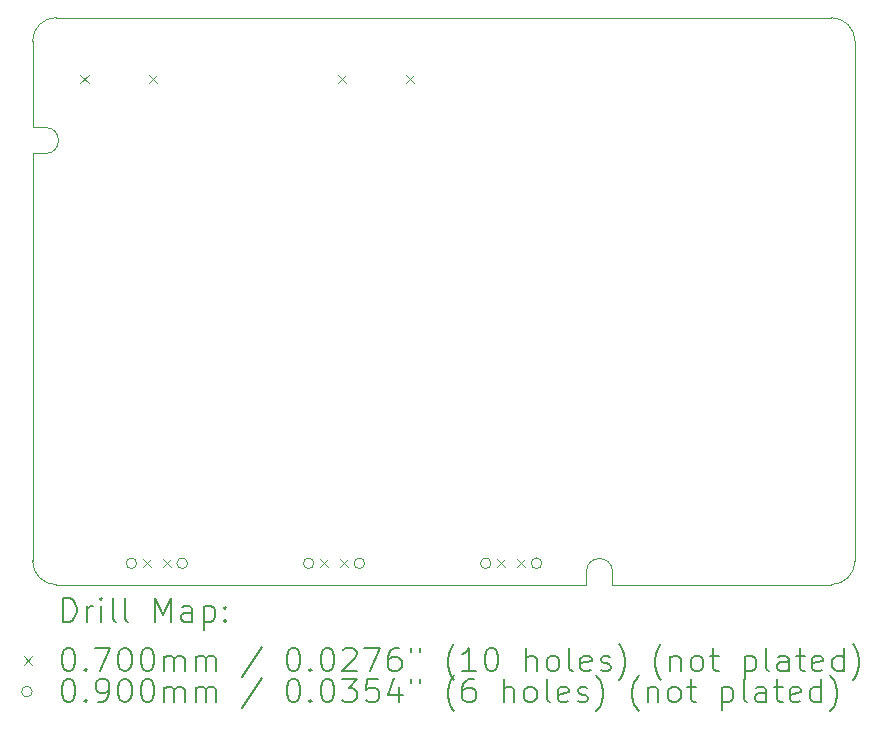
<source format=gbr>
%TF.GenerationSoftware,KiCad,Pcbnew,8.0.2*%
%TF.CreationDate,2024-05-22T22:07:16+08:00*%
%TF.ProjectId,pppc_usb_hub,70707063-5f75-4736-925f-6875622e6b69,rev?*%
%TF.SameCoordinates,Original*%
%TF.FileFunction,Drillmap*%
%TF.FilePolarity,Positive*%
%FSLAX45Y45*%
G04 Gerber Fmt 4.5, Leading zero omitted, Abs format (unit mm)*
G04 Created by KiCad (PCBNEW 8.0.2) date 2024-05-22 22:07:16*
%MOMM*%
%LPD*%
G01*
G04 APERTURE LIST*
%ADD10C,0.050000*%
%ADD11C,0.200000*%
%ADD12C,0.100000*%
G04 APERTURE END LIST*
D10*
X14903579Y-10370000D02*
G75*
G02*
X14703579Y-10569999I-199999J0D01*
G01*
X12630000Y-10460000D02*
X12630000Y-10570000D01*
X8140000Y-10570000D02*
G75*
G02*
X7940000Y-10370000I0J200000D01*
G01*
X8050000Y-6700000D02*
X7940000Y-6700000D01*
X7940000Y-6700000D02*
X7940000Y-5970000D01*
X7940000Y-10370000D02*
X7940000Y-6920000D01*
X12630000Y-10460000D02*
G75*
G02*
X12850000Y-10460000I110000J0D01*
G01*
X14903579Y-10370000D02*
X14903579Y-5970000D01*
X14703579Y-5770000D02*
G75*
G02*
X14903580Y-5970000I1J-200000D01*
G01*
X12850000Y-10570000D02*
X14590000Y-10570000D01*
X8140000Y-5770000D02*
X14703579Y-5770000D01*
X8050000Y-6920000D02*
X7940000Y-6920000D01*
X12850000Y-10460000D02*
X12850000Y-10570000D01*
X14590000Y-10570000D02*
X14703579Y-10570000D01*
X8050000Y-6700000D02*
G75*
G02*
X8050000Y-6920000I0J-110000D01*
G01*
X12630000Y-10570000D02*
X8140000Y-10570000D01*
X7940000Y-5970000D02*
G75*
G02*
X8140000Y-5770000I200000J0D01*
G01*
D11*
D12*
X8345990Y-6254340D02*
X8415990Y-6324340D01*
X8415990Y-6254340D02*
X8345990Y-6324340D01*
X8872410Y-10355000D02*
X8942410Y-10425000D01*
X8942410Y-10355000D02*
X8872410Y-10425000D01*
X8923990Y-6254340D02*
X8993990Y-6324340D01*
X8993990Y-6254340D02*
X8923990Y-6324340D01*
X9042410Y-10355000D02*
X9112410Y-10425000D01*
X9112410Y-10355000D02*
X9042410Y-10425000D01*
X10372410Y-10355000D02*
X10442410Y-10425000D01*
X10442410Y-10355000D02*
X10372410Y-10425000D01*
X10525990Y-6254340D02*
X10595990Y-6324340D01*
X10595990Y-6254340D02*
X10525990Y-6324340D01*
X10542410Y-10355000D02*
X10612410Y-10425000D01*
X10612410Y-10355000D02*
X10542410Y-10425000D01*
X11103990Y-6254340D02*
X11173990Y-6324340D01*
X11173990Y-6254340D02*
X11103990Y-6324340D01*
X11872410Y-10355000D02*
X11942410Y-10425000D01*
X11942410Y-10355000D02*
X11872410Y-10425000D01*
X12042410Y-10355000D02*
X12112410Y-10425000D01*
X12112410Y-10355000D02*
X12042410Y-10425000D01*
X8822410Y-10390000D02*
G75*
G02*
X8732410Y-10390000I-45000J0D01*
G01*
X8732410Y-10390000D02*
G75*
G02*
X8822410Y-10390000I45000J0D01*
G01*
X9252410Y-10390000D02*
G75*
G02*
X9162410Y-10390000I-45000J0D01*
G01*
X9162410Y-10390000D02*
G75*
G02*
X9252410Y-10390000I45000J0D01*
G01*
X10322410Y-10390000D02*
G75*
G02*
X10232410Y-10390000I-45000J0D01*
G01*
X10232410Y-10390000D02*
G75*
G02*
X10322410Y-10390000I45000J0D01*
G01*
X10752410Y-10390000D02*
G75*
G02*
X10662410Y-10390000I-45000J0D01*
G01*
X10662410Y-10390000D02*
G75*
G02*
X10752410Y-10390000I45000J0D01*
G01*
X11822410Y-10390000D02*
G75*
G02*
X11732410Y-10390000I-45000J0D01*
G01*
X11732410Y-10390000D02*
G75*
G02*
X11822410Y-10390000I45000J0D01*
G01*
X12252410Y-10390000D02*
G75*
G02*
X12162410Y-10390000I-45000J0D01*
G01*
X12162410Y-10390000D02*
G75*
G02*
X12252410Y-10390000I45000J0D01*
G01*
D11*
X8198277Y-10883984D02*
X8198277Y-10683984D01*
X8198277Y-10683984D02*
X8245896Y-10683984D01*
X8245896Y-10683984D02*
X8274467Y-10693508D01*
X8274467Y-10693508D02*
X8293515Y-10712555D01*
X8293515Y-10712555D02*
X8303039Y-10731603D01*
X8303039Y-10731603D02*
X8312562Y-10769698D01*
X8312562Y-10769698D02*
X8312562Y-10798270D01*
X8312562Y-10798270D02*
X8303039Y-10836365D01*
X8303039Y-10836365D02*
X8293515Y-10855412D01*
X8293515Y-10855412D02*
X8274467Y-10874460D01*
X8274467Y-10874460D02*
X8245896Y-10883984D01*
X8245896Y-10883984D02*
X8198277Y-10883984D01*
X8398277Y-10883984D02*
X8398277Y-10750650D01*
X8398277Y-10788746D02*
X8407801Y-10769698D01*
X8407801Y-10769698D02*
X8417324Y-10760174D01*
X8417324Y-10760174D02*
X8436372Y-10750650D01*
X8436372Y-10750650D02*
X8455420Y-10750650D01*
X8522086Y-10883984D02*
X8522086Y-10750650D01*
X8522086Y-10683984D02*
X8512563Y-10693508D01*
X8512563Y-10693508D02*
X8522086Y-10703031D01*
X8522086Y-10703031D02*
X8531610Y-10693508D01*
X8531610Y-10693508D02*
X8522086Y-10683984D01*
X8522086Y-10683984D02*
X8522086Y-10703031D01*
X8645896Y-10883984D02*
X8626848Y-10874460D01*
X8626848Y-10874460D02*
X8617324Y-10855412D01*
X8617324Y-10855412D02*
X8617324Y-10683984D01*
X8750658Y-10883984D02*
X8731610Y-10874460D01*
X8731610Y-10874460D02*
X8722086Y-10855412D01*
X8722086Y-10855412D02*
X8722086Y-10683984D01*
X8979229Y-10883984D02*
X8979229Y-10683984D01*
X8979229Y-10683984D02*
X9045896Y-10826841D01*
X9045896Y-10826841D02*
X9112563Y-10683984D01*
X9112563Y-10683984D02*
X9112563Y-10883984D01*
X9293515Y-10883984D02*
X9293515Y-10779222D01*
X9293515Y-10779222D02*
X9283991Y-10760174D01*
X9283991Y-10760174D02*
X9264944Y-10750650D01*
X9264944Y-10750650D02*
X9226848Y-10750650D01*
X9226848Y-10750650D02*
X9207801Y-10760174D01*
X9293515Y-10874460D02*
X9274467Y-10883984D01*
X9274467Y-10883984D02*
X9226848Y-10883984D01*
X9226848Y-10883984D02*
X9207801Y-10874460D01*
X9207801Y-10874460D02*
X9198277Y-10855412D01*
X9198277Y-10855412D02*
X9198277Y-10836365D01*
X9198277Y-10836365D02*
X9207801Y-10817317D01*
X9207801Y-10817317D02*
X9226848Y-10807793D01*
X9226848Y-10807793D02*
X9274467Y-10807793D01*
X9274467Y-10807793D02*
X9293515Y-10798270D01*
X9388753Y-10750650D02*
X9388753Y-10950650D01*
X9388753Y-10760174D02*
X9407801Y-10750650D01*
X9407801Y-10750650D02*
X9445896Y-10750650D01*
X9445896Y-10750650D02*
X9464944Y-10760174D01*
X9464944Y-10760174D02*
X9474467Y-10769698D01*
X9474467Y-10769698D02*
X9483991Y-10788746D01*
X9483991Y-10788746D02*
X9483991Y-10845889D01*
X9483991Y-10845889D02*
X9474467Y-10864936D01*
X9474467Y-10864936D02*
X9464944Y-10874460D01*
X9464944Y-10874460D02*
X9445896Y-10883984D01*
X9445896Y-10883984D02*
X9407801Y-10883984D01*
X9407801Y-10883984D02*
X9388753Y-10874460D01*
X9569705Y-10864936D02*
X9579229Y-10874460D01*
X9579229Y-10874460D02*
X9569705Y-10883984D01*
X9569705Y-10883984D02*
X9560182Y-10874460D01*
X9560182Y-10874460D02*
X9569705Y-10864936D01*
X9569705Y-10864936D02*
X9569705Y-10883984D01*
X9569705Y-10760174D02*
X9579229Y-10769698D01*
X9579229Y-10769698D02*
X9569705Y-10779222D01*
X9569705Y-10779222D02*
X9560182Y-10769698D01*
X9560182Y-10769698D02*
X9569705Y-10760174D01*
X9569705Y-10760174D02*
X9569705Y-10779222D01*
D12*
X7867500Y-11177500D02*
X7937500Y-11247500D01*
X7937500Y-11177500D02*
X7867500Y-11247500D01*
D11*
X8236372Y-11103984D02*
X8255420Y-11103984D01*
X8255420Y-11103984D02*
X8274467Y-11113508D01*
X8274467Y-11113508D02*
X8283991Y-11123031D01*
X8283991Y-11123031D02*
X8293515Y-11142079D01*
X8293515Y-11142079D02*
X8303039Y-11180174D01*
X8303039Y-11180174D02*
X8303039Y-11227793D01*
X8303039Y-11227793D02*
X8293515Y-11265888D01*
X8293515Y-11265888D02*
X8283991Y-11284936D01*
X8283991Y-11284936D02*
X8274467Y-11294460D01*
X8274467Y-11294460D02*
X8255420Y-11303984D01*
X8255420Y-11303984D02*
X8236372Y-11303984D01*
X8236372Y-11303984D02*
X8217324Y-11294460D01*
X8217324Y-11294460D02*
X8207801Y-11284936D01*
X8207801Y-11284936D02*
X8198277Y-11265888D01*
X8198277Y-11265888D02*
X8188753Y-11227793D01*
X8188753Y-11227793D02*
X8188753Y-11180174D01*
X8188753Y-11180174D02*
X8198277Y-11142079D01*
X8198277Y-11142079D02*
X8207801Y-11123031D01*
X8207801Y-11123031D02*
X8217324Y-11113508D01*
X8217324Y-11113508D02*
X8236372Y-11103984D01*
X8388753Y-11284936D02*
X8398277Y-11294460D01*
X8398277Y-11294460D02*
X8388753Y-11303984D01*
X8388753Y-11303984D02*
X8379229Y-11294460D01*
X8379229Y-11294460D02*
X8388753Y-11284936D01*
X8388753Y-11284936D02*
X8388753Y-11303984D01*
X8464944Y-11103984D02*
X8598277Y-11103984D01*
X8598277Y-11103984D02*
X8512563Y-11303984D01*
X8712563Y-11103984D02*
X8731610Y-11103984D01*
X8731610Y-11103984D02*
X8750658Y-11113508D01*
X8750658Y-11113508D02*
X8760182Y-11123031D01*
X8760182Y-11123031D02*
X8769705Y-11142079D01*
X8769705Y-11142079D02*
X8779229Y-11180174D01*
X8779229Y-11180174D02*
X8779229Y-11227793D01*
X8779229Y-11227793D02*
X8769705Y-11265888D01*
X8769705Y-11265888D02*
X8760182Y-11284936D01*
X8760182Y-11284936D02*
X8750658Y-11294460D01*
X8750658Y-11294460D02*
X8731610Y-11303984D01*
X8731610Y-11303984D02*
X8712563Y-11303984D01*
X8712563Y-11303984D02*
X8693515Y-11294460D01*
X8693515Y-11294460D02*
X8683991Y-11284936D01*
X8683991Y-11284936D02*
X8674467Y-11265888D01*
X8674467Y-11265888D02*
X8664944Y-11227793D01*
X8664944Y-11227793D02*
X8664944Y-11180174D01*
X8664944Y-11180174D02*
X8674467Y-11142079D01*
X8674467Y-11142079D02*
X8683991Y-11123031D01*
X8683991Y-11123031D02*
X8693515Y-11113508D01*
X8693515Y-11113508D02*
X8712563Y-11103984D01*
X8903039Y-11103984D02*
X8922086Y-11103984D01*
X8922086Y-11103984D02*
X8941134Y-11113508D01*
X8941134Y-11113508D02*
X8950658Y-11123031D01*
X8950658Y-11123031D02*
X8960182Y-11142079D01*
X8960182Y-11142079D02*
X8969705Y-11180174D01*
X8969705Y-11180174D02*
X8969705Y-11227793D01*
X8969705Y-11227793D02*
X8960182Y-11265888D01*
X8960182Y-11265888D02*
X8950658Y-11284936D01*
X8950658Y-11284936D02*
X8941134Y-11294460D01*
X8941134Y-11294460D02*
X8922086Y-11303984D01*
X8922086Y-11303984D02*
X8903039Y-11303984D01*
X8903039Y-11303984D02*
X8883991Y-11294460D01*
X8883991Y-11294460D02*
X8874467Y-11284936D01*
X8874467Y-11284936D02*
X8864944Y-11265888D01*
X8864944Y-11265888D02*
X8855420Y-11227793D01*
X8855420Y-11227793D02*
X8855420Y-11180174D01*
X8855420Y-11180174D02*
X8864944Y-11142079D01*
X8864944Y-11142079D02*
X8874467Y-11123031D01*
X8874467Y-11123031D02*
X8883991Y-11113508D01*
X8883991Y-11113508D02*
X8903039Y-11103984D01*
X9055420Y-11303984D02*
X9055420Y-11170650D01*
X9055420Y-11189698D02*
X9064944Y-11180174D01*
X9064944Y-11180174D02*
X9083991Y-11170650D01*
X9083991Y-11170650D02*
X9112563Y-11170650D01*
X9112563Y-11170650D02*
X9131610Y-11180174D01*
X9131610Y-11180174D02*
X9141134Y-11199222D01*
X9141134Y-11199222D02*
X9141134Y-11303984D01*
X9141134Y-11199222D02*
X9150658Y-11180174D01*
X9150658Y-11180174D02*
X9169705Y-11170650D01*
X9169705Y-11170650D02*
X9198277Y-11170650D01*
X9198277Y-11170650D02*
X9217325Y-11180174D01*
X9217325Y-11180174D02*
X9226848Y-11199222D01*
X9226848Y-11199222D02*
X9226848Y-11303984D01*
X9322086Y-11303984D02*
X9322086Y-11170650D01*
X9322086Y-11189698D02*
X9331610Y-11180174D01*
X9331610Y-11180174D02*
X9350658Y-11170650D01*
X9350658Y-11170650D02*
X9379229Y-11170650D01*
X9379229Y-11170650D02*
X9398277Y-11180174D01*
X9398277Y-11180174D02*
X9407801Y-11199222D01*
X9407801Y-11199222D02*
X9407801Y-11303984D01*
X9407801Y-11199222D02*
X9417325Y-11180174D01*
X9417325Y-11180174D02*
X9436372Y-11170650D01*
X9436372Y-11170650D02*
X9464944Y-11170650D01*
X9464944Y-11170650D02*
X9483991Y-11180174D01*
X9483991Y-11180174D02*
X9493515Y-11199222D01*
X9493515Y-11199222D02*
X9493515Y-11303984D01*
X9883991Y-11094460D02*
X9712563Y-11351603D01*
X10141134Y-11103984D02*
X10160182Y-11103984D01*
X10160182Y-11103984D02*
X10179229Y-11113508D01*
X10179229Y-11113508D02*
X10188753Y-11123031D01*
X10188753Y-11123031D02*
X10198277Y-11142079D01*
X10198277Y-11142079D02*
X10207801Y-11180174D01*
X10207801Y-11180174D02*
X10207801Y-11227793D01*
X10207801Y-11227793D02*
X10198277Y-11265888D01*
X10198277Y-11265888D02*
X10188753Y-11284936D01*
X10188753Y-11284936D02*
X10179229Y-11294460D01*
X10179229Y-11294460D02*
X10160182Y-11303984D01*
X10160182Y-11303984D02*
X10141134Y-11303984D01*
X10141134Y-11303984D02*
X10122087Y-11294460D01*
X10122087Y-11294460D02*
X10112563Y-11284936D01*
X10112563Y-11284936D02*
X10103039Y-11265888D01*
X10103039Y-11265888D02*
X10093515Y-11227793D01*
X10093515Y-11227793D02*
X10093515Y-11180174D01*
X10093515Y-11180174D02*
X10103039Y-11142079D01*
X10103039Y-11142079D02*
X10112563Y-11123031D01*
X10112563Y-11123031D02*
X10122087Y-11113508D01*
X10122087Y-11113508D02*
X10141134Y-11103984D01*
X10293515Y-11284936D02*
X10303039Y-11294460D01*
X10303039Y-11294460D02*
X10293515Y-11303984D01*
X10293515Y-11303984D02*
X10283991Y-11294460D01*
X10283991Y-11294460D02*
X10293515Y-11284936D01*
X10293515Y-11284936D02*
X10293515Y-11303984D01*
X10426848Y-11103984D02*
X10445896Y-11103984D01*
X10445896Y-11103984D02*
X10464944Y-11113508D01*
X10464944Y-11113508D02*
X10474468Y-11123031D01*
X10474468Y-11123031D02*
X10483991Y-11142079D01*
X10483991Y-11142079D02*
X10493515Y-11180174D01*
X10493515Y-11180174D02*
X10493515Y-11227793D01*
X10493515Y-11227793D02*
X10483991Y-11265888D01*
X10483991Y-11265888D02*
X10474468Y-11284936D01*
X10474468Y-11284936D02*
X10464944Y-11294460D01*
X10464944Y-11294460D02*
X10445896Y-11303984D01*
X10445896Y-11303984D02*
X10426848Y-11303984D01*
X10426848Y-11303984D02*
X10407801Y-11294460D01*
X10407801Y-11294460D02*
X10398277Y-11284936D01*
X10398277Y-11284936D02*
X10388753Y-11265888D01*
X10388753Y-11265888D02*
X10379229Y-11227793D01*
X10379229Y-11227793D02*
X10379229Y-11180174D01*
X10379229Y-11180174D02*
X10388753Y-11142079D01*
X10388753Y-11142079D02*
X10398277Y-11123031D01*
X10398277Y-11123031D02*
X10407801Y-11113508D01*
X10407801Y-11113508D02*
X10426848Y-11103984D01*
X10569706Y-11123031D02*
X10579229Y-11113508D01*
X10579229Y-11113508D02*
X10598277Y-11103984D01*
X10598277Y-11103984D02*
X10645896Y-11103984D01*
X10645896Y-11103984D02*
X10664944Y-11113508D01*
X10664944Y-11113508D02*
X10674468Y-11123031D01*
X10674468Y-11123031D02*
X10683991Y-11142079D01*
X10683991Y-11142079D02*
X10683991Y-11161127D01*
X10683991Y-11161127D02*
X10674468Y-11189698D01*
X10674468Y-11189698D02*
X10560182Y-11303984D01*
X10560182Y-11303984D02*
X10683991Y-11303984D01*
X10750658Y-11103984D02*
X10883991Y-11103984D01*
X10883991Y-11103984D02*
X10798277Y-11303984D01*
X11045896Y-11103984D02*
X11007801Y-11103984D01*
X11007801Y-11103984D02*
X10988753Y-11113508D01*
X10988753Y-11113508D02*
X10979229Y-11123031D01*
X10979229Y-11123031D02*
X10960182Y-11151603D01*
X10960182Y-11151603D02*
X10950658Y-11189698D01*
X10950658Y-11189698D02*
X10950658Y-11265888D01*
X10950658Y-11265888D02*
X10960182Y-11284936D01*
X10960182Y-11284936D02*
X10969706Y-11294460D01*
X10969706Y-11294460D02*
X10988753Y-11303984D01*
X10988753Y-11303984D02*
X11026849Y-11303984D01*
X11026849Y-11303984D02*
X11045896Y-11294460D01*
X11045896Y-11294460D02*
X11055420Y-11284936D01*
X11055420Y-11284936D02*
X11064944Y-11265888D01*
X11064944Y-11265888D02*
X11064944Y-11218269D01*
X11064944Y-11218269D02*
X11055420Y-11199222D01*
X11055420Y-11199222D02*
X11045896Y-11189698D01*
X11045896Y-11189698D02*
X11026849Y-11180174D01*
X11026849Y-11180174D02*
X10988753Y-11180174D01*
X10988753Y-11180174D02*
X10969706Y-11189698D01*
X10969706Y-11189698D02*
X10960182Y-11199222D01*
X10960182Y-11199222D02*
X10950658Y-11218269D01*
X11141134Y-11103984D02*
X11141134Y-11142079D01*
X11217325Y-11103984D02*
X11217325Y-11142079D01*
X11512563Y-11380174D02*
X11503039Y-11370650D01*
X11503039Y-11370650D02*
X11483991Y-11342079D01*
X11483991Y-11342079D02*
X11474468Y-11323031D01*
X11474468Y-11323031D02*
X11464944Y-11294460D01*
X11464944Y-11294460D02*
X11455420Y-11246841D01*
X11455420Y-11246841D02*
X11455420Y-11208746D01*
X11455420Y-11208746D02*
X11464944Y-11161127D01*
X11464944Y-11161127D02*
X11474468Y-11132555D01*
X11474468Y-11132555D02*
X11483991Y-11113508D01*
X11483991Y-11113508D02*
X11503039Y-11084936D01*
X11503039Y-11084936D02*
X11512563Y-11075412D01*
X11693515Y-11303984D02*
X11579229Y-11303984D01*
X11636372Y-11303984D02*
X11636372Y-11103984D01*
X11636372Y-11103984D02*
X11617325Y-11132555D01*
X11617325Y-11132555D02*
X11598277Y-11151603D01*
X11598277Y-11151603D02*
X11579229Y-11161127D01*
X11817325Y-11103984D02*
X11836372Y-11103984D01*
X11836372Y-11103984D02*
X11855420Y-11113508D01*
X11855420Y-11113508D02*
X11864944Y-11123031D01*
X11864944Y-11123031D02*
X11874468Y-11142079D01*
X11874468Y-11142079D02*
X11883991Y-11180174D01*
X11883991Y-11180174D02*
X11883991Y-11227793D01*
X11883991Y-11227793D02*
X11874468Y-11265888D01*
X11874468Y-11265888D02*
X11864944Y-11284936D01*
X11864944Y-11284936D02*
X11855420Y-11294460D01*
X11855420Y-11294460D02*
X11836372Y-11303984D01*
X11836372Y-11303984D02*
X11817325Y-11303984D01*
X11817325Y-11303984D02*
X11798277Y-11294460D01*
X11798277Y-11294460D02*
X11788753Y-11284936D01*
X11788753Y-11284936D02*
X11779229Y-11265888D01*
X11779229Y-11265888D02*
X11769706Y-11227793D01*
X11769706Y-11227793D02*
X11769706Y-11180174D01*
X11769706Y-11180174D02*
X11779229Y-11142079D01*
X11779229Y-11142079D02*
X11788753Y-11123031D01*
X11788753Y-11123031D02*
X11798277Y-11113508D01*
X11798277Y-11113508D02*
X11817325Y-11103984D01*
X12122087Y-11303984D02*
X12122087Y-11103984D01*
X12207801Y-11303984D02*
X12207801Y-11199222D01*
X12207801Y-11199222D02*
X12198277Y-11180174D01*
X12198277Y-11180174D02*
X12179230Y-11170650D01*
X12179230Y-11170650D02*
X12150658Y-11170650D01*
X12150658Y-11170650D02*
X12131610Y-11180174D01*
X12131610Y-11180174D02*
X12122087Y-11189698D01*
X12331610Y-11303984D02*
X12312563Y-11294460D01*
X12312563Y-11294460D02*
X12303039Y-11284936D01*
X12303039Y-11284936D02*
X12293515Y-11265888D01*
X12293515Y-11265888D02*
X12293515Y-11208746D01*
X12293515Y-11208746D02*
X12303039Y-11189698D01*
X12303039Y-11189698D02*
X12312563Y-11180174D01*
X12312563Y-11180174D02*
X12331610Y-11170650D01*
X12331610Y-11170650D02*
X12360182Y-11170650D01*
X12360182Y-11170650D02*
X12379230Y-11180174D01*
X12379230Y-11180174D02*
X12388753Y-11189698D01*
X12388753Y-11189698D02*
X12398277Y-11208746D01*
X12398277Y-11208746D02*
X12398277Y-11265888D01*
X12398277Y-11265888D02*
X12388753Y-11284936D01*
X12388753Y-11284936D02*
X12379230Y-11294460D01*
X12379230Y-11294460D02*
X12360182Y-11303984D01*
X12360182Y-11303984D02*
X12331610Y-11303984D01*
X12512563Y-11303984D02*
X12493515Y-11294460D01*
X12493515Y-11294460D02*
X12483991Y-11275412D01*
X12483991Y-11275412D02*
X12483991Y-11103984D01*
X12664944Y-11294460D02*
X12645896Y-11303984D01*
X12645896Y-11303984D02*
X12607801Y-11303984D01*
X12607801Y-11303984D02*
X12588753Y-11294460D01*
X12588753Y-11294460D02*
X12579230Y-11275412D01*
X12579230Y-11275412D02*
X12579230Y-11199222D01*
X12579230Y-11199222D02*
X12588753Y-11180174D01*
X12588753Y-11180174D02*
X12607801Y-11170650D01*
X12607801Y-11170650D02*
X12645896Y-11170650D01*
X12645896Y-11170650D02*
X12664944Y-11180174D01*
X12664944Y-11180174D02*
X12674468Y-11199222D01*
X12674468Y-11199222D02*
X12674468Y-11218269D01*
X12674468Y-11218269D02*
X12579230Y-11237317D01*
X12750658Y-11294460D02*
X12769706Y-11303984D01*
X12769706Y-11303984D02*
X12807801Y-11303984D01*
X12807801Y-11303984D02*
X12826849Y-11294460D01*
X12826849Y-11294460D02*
X12836372Y-11275412D01*
X12836372Y-11275412D02*
X12836372Y-11265888D01*
X12836372Y-11265888D02*
X12826849Y-11246841D01*
X12826849Y-11246841D02*
X12807801Y-11237317D01*
X12807801Y-11237317D02*
X12779230Y-11237317D01*
X12779230Y-11237317D02*
X12760182Y-11227793D01*
X12760182Y-11227793D02*
X12750658Y-11208746D01*
X12750658Y-11208746D02*
X12750658Y-11199222D01*
X12750658Y-11199222D02*
X12760182Y-11180174D01*
X12760182Y-11180174D02*
X12779230Y-11170650D01*
X12779230Y-11170650D02*
X12807801Y-11170650D01*
X12807801Y-11170650D02*
X12826849Y-11180174D01*
X12903039Y-11380174D02*
X12912563Y-11370650D01*
X12912563Y-11370650D02*
X12931611Y-11342079D01*
X12931611Y-11342079D02*
X12941134Y-11323031D01*
X12941134Y-11323031D02*
X12950658Y-11294460D01*
X12950658Y-11294460D02*
X12960182Y-11246841D01*
X12960182Y-11246841D02*
X12960182Y-11208746D01*
X12960182Y-11208746D02*
X12950658Y-11161127D01*
X12950658Y-11161127D02*
X12941134Y-11132555D01*
X12941134Y-11132555D02*
X12931611Y-11113508D01*
X12931611Y-11113508D02*
X12912563Y-11084936D01*
X12912563Y-11084936D02*
X12903039Y-11075412D01*
X13264944Y-11380174D02*
X13255420Y-11370650D01*
X13255420Y-11370650D02*
X13236372Y-11342079D01*
X13236372Y-11342079D02*
X13226849Y-11323031D01*
X13226849Y-11323031D02*
X13217325Y-11294460D01*
X13217325Y-11294460D02*
X13207801Y-11246841D01*
X13207801Y-11246841D02*
X13207801Y-11208746D01*
X13207801Y-11208746D02*
X13217325Y-11161127D01*
X13217325Y-11161127D02*
X13226849Y-11132555D01*
X13226849Y-11132555D02*
X13236372Y-11113508D01*
X13236372Y-11113508D02*
X13255420Y-11084936D01*
X13255420Y-11084936D02*
X13264944Y-11075412D01*
X13341134Y-11170650D02*
X13341134Y-11303984D01*
X13341134Y-11189698D02*
X13350658Y-11180174D01*
X13350658Y-11180174D02*
X13369706Y-11170650D01*
X13369706Y-11170650D02*
X13398277Y-11170650D01*
X13398277Y-11170650D02*
X13417325Y-11180174D01*
X13417325Y-11180174D02*
X13426849Y-11199222D01*
X13426849Y-11199222D02*
X13426849Y-11303984D01*
X13550658Y-11303984D02*
X13531611Y-11294460D01*
X13531611Y-11294460D02*
X13522087Y-11284936D01*
X13522087Y-11284936D02*
X13512563Y-11265888D01*
X13512563Y-11265888D02*
X13512563Y-11208746D01*
X13512563Y-11208746D02*
X13522087Y-11189698D01*
X13522087Y-11189698D02*
X13531611Y-11180174D01*
X13531611Y-11180174D02*
X13550658Y-11170650D01*
X13550658Y-11170650D02*
X13579230Y-11170650D01*
X13579230Y-11170650D02*
X13598277Y-11180174D01*
X13598277Y-11180174D02*
X13607801Y-11189698D01*
X13607801Y-11189698D02*
X13617325Y-11208746D01*
X13617325Y-11208746D02*
X13617325Y-11265888D01*
X13617325Y-11265888D02*
X13607801Y-11284936D01*
X13607801Y-11284936D02*
X13598277Y-11294460D01*
X13598277Y-11294460D02*
X13579230Y-11303984D01*
X13579230Y-11303984D02*
X13550658Y-11303984D01*
X13674468Y-11170650D02*
X13750658Y-11170650D01*
X13703039Y-11103984D02*
X13703039Y-11275412D01*
X13703039Y-11275412D02*
X13712563Y-11294460D01*
X13712563Y-11294460D02*
X13731611Y-11303984D01*
X13731611Y-11303984D02*
X13750658Y-11303984D01*
X13969706Y-11170650D02*
X13969706Y-11370650D01*
X13969706Y-11180174D02*
X13988753Y-11170650D01*
X13988753Y-11170650D02*
X14026849Y-11170650D01*
X14026849Y-11170650D02*
X14045896Y-11180174D01*
X14045896Y-11180174D02*
X14055420Y-11189698D01*
X14055420Y-11189698D02*
X14064944Y-11208746D01*
X14064944Y-11208746D02*
X14064944Y-11265888D01*
X14064944Y-11265888D02*
X14055420Y-11284936D01*
X14055420Y-11284936D02*
X14045896Y-11294460D01*
X14045896Y-11294460D02*
X14026849Y-11303984D01*
X14026849Y-11303984D02*
X13988753Y-11303984D01*
X13988753Y-11303984D02*
X13969706Y-11294460D01*
X14179230Y-11303984D02*
X14160182Y-11294460D01*
X14160182Y-11294460D02*
X14150658Y-11275412D01*
X14150658Y-11275412D02*
X14150658Y-11103984D01*
X14341134Y-11303984D02*
X14341134Y-11199222D01*
X14341134Y-11199222D02*
X14331611Y-11180174D01*
X14331611Y-11180174D02*
X14312563Y-11170650D01*
X14312563Y-11170650D02*
X14274468Y-11170650D01*
X14274468Y-11170650D02*
X14255420Y-11180174D01*
X14341134Y-11294460D02*
X14322087Y-11303984D01*
X14322087Y-11303984D02*
X14274468Y-11303984D01*
X14274468Y-11303984D02*
X14255420Y-11294460D01*
X14255420Y-11294460D02*
X14245896Y-11275412D01*
X14245896Y-11275412D02*
X14245896Y-11256365D01*
X14245896Y-11256365D02*
X14255420Y-11237317D01*
X14255420Y-11237317D02*
X14274468Y-11227793D01*
X14274468Y-11227793D02*
X14322087Y-11227793D01*
X14322087Y-11227793D02*
X14341134Y-11218269D01*
X14407801Y-11170650D02*
X14483992Y-11170650D01*
X14436373Y-11103984D02*
X14436373Y-11275412D01*
X14436373Y-11275412D02*
X14445896Y-11294460D01*
X14445896Y-11294460D02*
X14464944Y-11303984D01*
X14464944Y-11303984D02*
X14483992Y-11303984D01*
X14626849Y-11294460D02*
X14607801Y-11303984D01*
X14607801Y-11303984D02*
X14569706Y-11303984D01*
X14569706Y-11303984D02*
X14550658Y-11294460D01*
X14550658Y-11294460D02*
X14541134Y-11275412D01*
X14541134Y-11275412D02*
X14541134Y-11199222D01*
X14541134Y-11199222D02*
X14550658Y-11180174D01*
X14550658Y-11180174D02*
X14569706Y-11170650D01*
X14569706Y-11170650D02*
X14607801Y-11170650D01*
X14607801Y-11170650D02*
X14626849Y-11180174D01*
X14626849Y-11180174D02*
X14636373Y-11199222D01*
X14636373Y-11199222D02*
X14636373Y-11218269D01*
X14636373Y-11218269D02*
X14541134Y-11237317D01*
X14807801Y-11303984D02*
X14807801Y-11103984D01*
X14807801Y-11294460D02*
X14788754Y-11303984D01*
X14788754Y-11303984D02*
X14750658Y-11303984D01*
X14750658Y-11303984D02*
X14731611Y-11294460D01*
X14731611Y-11294460D02*
X14722087Y-11284936D01*
X14722087Y-11284936D02*
X14712563Y-11265888D01*
X14712563Y-11265888D02*
X14712563Y-11208746D01*
X14712563Y-11208746D02*
X14722087Y-11189698D01*
X14722087Y-11189698D02*
X14731611Y-11180174D01*
X14731611Y-11180174D02*
X14750658Y-11170650D01*
X14750658Y-11170650D02*
X14788754Y-11170650D01*
X14788754Y-11170650D02*
X14807801Y-11180174D01*
X14883992Y-11380174D02*
X14893515Y-11370650D01*
X14893515Y-11370650D02*
X14912563Y-11342079D01*
X14912563Y-11342079D02*
X14922087Y-11323031D01*
X14922087Y-11323031D02*
X14931611Y-11294460D01*
X14931611Y-11294460D02*
X14941134Y-11246841D01*
X14941134Y-11246841D02*
X14941134Y-11208746D01*
X14941134Y-11208746D02*
X14931611Y-11161127D01*
X14931611Y-11161127D02*
X14922087Y-11132555D01*
X14922087Y-11132555D02*
X14912563Y-11113508D01*
X14912563Y-11113508D02*
X14893515Y-11084936D01*
X14893515Y-11084936D02*
X14883992Y-11075412D01*
D12*
X7937500Y-11476500D02*
G75*
G02*
X7847500Y-11476500I-45000J0D01*
G01*
X7847500Y-11476500D02*
G75*
G02*
X7937500Y-11476500I45000J0D01*
G01*
D11*
X8236372Y-11367984D02*
X8255420Y-11367984D01*
X8255420Y-11367984D02*
X8274467Y-11377508D01*
X8274467Y-11377508D02*
X8283991Y-11387031D01*
X8283991Y-11387031D02*
X8293515Y-11406079D01*
X8293515Y-11406079D02*
X8303039Y-11444174D01*
X8303039Y-11444174D02*
X8303039Y-11491793D01*
X8303039Y-11491793D02*
X8293515Y-11529888D01*
X8293515Y-11529888D02*
X8283991Y-11548936D01*
X8283991Y-11548936D02*
X8274467Y-11558460D01*
X8274467Y-11558460D02*
X8255420Y-11567984D01*
X8255420Y-11567984D02*
X8236372Y-11567984D01*
X8236372Y-11567984D02*
X8217324Y-11558460D01*
X8217324Y-11558460D02*
X8207801Y-11548936D01*
X8207801Y-11548936D02*
X8198277Y-11529888D01*
X8198277Y-11529888D02*
X8188753Y-11491793D01*
X8188753Y-11491793D02*
X8188753Y-11444174D01*
X8188753Y-11444174D02*
X8198277Y-11406079D01*
X8198277Y-11406079D02*
X8207801Y-11387031D01*
X8207801Y-11387031D02*
X8217324Y-11377508D01*
X8217324Y-11377508D02*
X8236372Y-11367984D01*
X8388753Y-11548936D02*
X8398277Y-11558460D01*
X8398277Y-11558460D02*
X8388753Y-11567984D01*
X8388753Y-11567984D02*
X8379229Y-11558460D01*
X8379229Y-11558460D02*
X8388753Y-11548936D01*
X8388753Y-11548936D02*
X8388753Y-11567984D01*
X8493515Y-11567984D02*
X8531610Y-11567984D01*
X8531610Y-11567984D02*
X8550658Y-11558460D01*
X8550658Y-11558460D02*
X8560182Y-11548936D01*
X8560182Y-11548936D02*
X8579229Y-11520365D01*
X8579229Y-11520365D02*
X8588753Y-11482269D01*
X8588753Y-11482269D02*
X8588753Y-11406079D01*
X8588753Y-11406079D02*
X8579229Y-11387031D01*
X8579229Y-11387031D02*
X8569705Y-11377508D01*
X8569705Y-11377508D02*
X8550658Y-11367984D01*
X8550658Y-11367984D02*
X8512563Y-11367984D01*
X8512563Y-11367984D02*
X8493515Y-11377508D01*
X8493515Y-11377508D02*
X8483991Y-11387031D01*
X8483991Y-11387031D02*
X8474467Y-11406079D01*
X8474467Y-11406079D02*
X8474467Y-11453698D01*
X8474467Y-11453698D02*
X8483991Y-11472746D01*
X8483991Y-11472746D02*
X8493515Y-11482269D01*
X8493515Y-11482269D02*
X8512563Y-11491793D01*
X8512563Y-11491793D02*
X8550658Y-11491793D01*
X8550658Y-11491793D02*
X8569705Y-11482269D01*
X8569705Y-11482269D02*
X8579229Y-11472746D01*
X8579229Y-11472746D02*
X8588753Y-11453698D01*
X8712563Y-11367984D02*
X8731610Y-11367984D01*
X8731610Y-11367984D02*
X8750658Y-11377508D01*
X8750658Y-11377508D02*
X8760182Y-11387031D01*
X8760182Y-11387031D02*
X8769705Y-11406079D01*
X8769705Y-11406079D02*
X8779229Y-11444174D01*
X8779229Y-11444174D02*
X8779229Y-11491793D01*
X8779229Y-11491793D02*
X8769705Y-11529888D01*
X8769705Y-11529888D02*
X8760182Y-11548936D01*
X8760182Y-11548936D02*
X8750658Y-11558460D01*
X8750658Y-11558460D02*
X8731610Y-11567984D01*
X8731610Y-11567984D02*
X8712563Y-11567984D01*
X8712563Y-11567984D02*
X8693515Y-11558460D01*
X8693515Y-11558460D02*
X8683991Y-11548936D01*
X8683991Y-11548936D02*
X8674467Y-11529888D01*
X8674467Y-11529888D02*
X8664944Y-11491793D01*
X8664944Y-11491793D02*
X8664944Y-11444174D01*
X8664944Y-11444174D02*
X8674467Y-11406079D01*
X8674467Y-11406079D02*
X8683991Y-11387031D01*
X8683991Y-11387031D02*
X8693515Y-11377508D01*
X8693515Y-11377508D02*
X8712563Y-11367984D01*
X8903039Y-11367984D02*
X8922086Y-11367984D01*
X8922086Y-11367984D02*
X8941134Y-11377508D01*
X8941134Y-11377508D02*
X8950658Y-11387031D01*
X8950658Y-11387031D02*
X8960182Y-11406079D01*
X8960182Y-11406079D02*
X8969705Y-11444174D01*
X8969705Y-11444174D02*
X8969705Y-11491793D01*
X8969705Y-11491793D02*
X8960182Y-11529888D01*
X8960182Y-11529888D02*
X8950658Y-11548936D01*
X8950658Y-11548936D02*
X8941134Y-11558460D01*
X8941134Y-11558460D02*
X8922086Y-11567984D01*
X8922086Y-11567984D02*
X8903039Y-11567984D01*
X8903039Y-11567984D02*
X8883991Y-11558460D01*
X8883991Y-11558460D02*
X8874467Y-11548936D01*
X8874467Y-11548936D02*
X8864944Y-11529888D01*
X8864944Y-11529888D02*
X8855420Y-11491793D01*
X8855420Y-11491793D02*
X8855420Y-11444174D01*
X8855420Y-11444174D02*
X8864944Y-11406079D01*
X8864944Y-11406079D02*
X8874467Y-11387031D01*
X8874467Y-11387031D02*
X8883991Y-11377508D01*
X8883991Y-11377508D02*
X8903039Y-11367984D01*
X9055420Y-11567984D02*
X9055420Y-11434650D01*
X9055420Y-11453698D02*
X9064944Y-11444174D01*
X9064944Y-11444174D02*
X9083991Y-11434650D01*
X9083991Y-11434650D02*
X9112563Y-11434650D01*
X9112563Y-11434650D02*
X9131610Y-11444174D01*
X9131610Y-11444174D02*
X9141134Y-11463222D01*
X9141134Y-11463222D02*
X9141134Y-11567984D01*
X9141134Y-11463222D02*
X9150658Y-11444174D01*
X9150658Y-11444174D02*
X9169705Y-11434650D01*
X9169705Y-11434650D02*
X9198277Y-11434650D01*
X9198277Y-11434650D02*
X9217325Y-11444174D01*
X9217325Y-11444174D02*
X9226848Y-11463222D01*
X9226848Y-11463222D02*
X9226848Y-11567984D01*
X9322086Y-11567984D02*
X9322086Y-11434650D01*
X9322086Y-11453698D02*
X9331610Y-11444174D01*
X9331610Y-11444174D02*
X9350658Y-11434650D01*
X9350658Y-11434650D02*
X9379229Y-11434650D01*
X9379229Y-11434650D02*
X9398277Y-11444174D01*
X9398277Y-11444174D02*
X9407801Y-11463222D01*
X9407801Y-11463222D02*
X9407801Y-11567984D01*
X9407801Y-11463222D02*
X9417325Y-11444174D01*
X9417325Y-11444174D02*
X9436372Y-11434650D01*
X9436372Y-11434650D02*
X9464944Y-11434650D01*
X9464944Y-11434650D02*
X9483991Y-11444174D01*
X9483991Y-11444174D02*
X9493515Y-11463222D01*
X9493515Y-11463222D02*
X9493515Y-11567984D01*
X9883991Y-11358460D02*
X9712563Y-11615603D01*
X10141134Y-11367984D02*
X10160182Y-11367984D01*
X10160182Y-11367984D02*
X10179229Y-11377508D01*
X10179229Y-11377508D02*
X10188753Y-11387031D01*
X10188753Y-11387031D02*
X10198277Y-11406079D01*
X10198277Y-11406079D02*
X10207801Y-11444174D01*
X10207801Y-11444174D02*
X10207801Y-11491793D01*
X10207801Y-11491793D02*
X10198277Y-11529888D01*
X10198277Y-11529888D02*
X10188753Y-11548936D01*
X10188753Y-11548936D02*
X10179229Y-11558460D01*
X10179229Y-11558460D02*
X10160182Y-11567984D01*
X10160182Y-11567984D02*
X10141134Y-11567984D01*
X10141134Y-11567984D02*
X10122087Y-11558460D01*
X10122087Y-11558460D02*
X10112563Y-11548936D01*
X10112563Y-11548936D02*
X10103039Y-11529888D01*
X10103039Y-11529888D02*
X10093515Y-11491793D01*
X10093515Y-11491793D02*
X10093515Y-11444174D01*
X10093515Y-11444174D02*
X10103039Y-11406079D01*
X10103039Y-11406079D02*
X10112563Y-11387031D01*
X10112563Y-11387031D02*
X10122087Y-11377508D01*
X10122087Y-11377508D02*
X10141134Y-11367984D01*
X10293515Y-11548936D02*
X10303039Y-11558460D01*
X10303039Y-11558460D02*
X10293515Y-11567984D01*
X10293515Y-11567984D02*
X10283991Y-11558460D01*
X10283991Y-11558460D02*
X10293515Y-11548936D01*
X10293515Y-11548936D02*
X10293515Y-11567984D01*
X10426848Y-11367984D02*
X10445896Y-11367984D01*
X10445896Y-11367984D02*
X10464944Y-11377508D01*
X10464944Y-11377508D02*
X10474468Y-11387031D01*
X10474468Y-11387031D02*
X10483991Y-11406079D01*
X10483991Y-11406079D02*
X10493515Y-11444174D01*
X10493515Y-11444174D02*
X10493515Y-11491793D01*
X10493515Y-11491793D02*
X10483991Y-11529888D01*
X10483991Y-11529888D02*
X10474468Y-11548936D01*
X10474468Y-11548936D02*
X10464944Y-11558460D01*
X10464944Y-11558460D02*
X10445896Y-11567984D01*
X10445896Y-11567984D02*
X10426848Y-11567984D01*
X10426848Y-11567984D02*
X10407801Y-11558460D01*
X10407801Y-11558460D02*
X10398277Y-11548936D01*
X10398277Y-11548936D02*
X10388753Y-11529888D01*
X10388753Y-11529888D02*
X10379229Y-11491793D01*
X10379229Y-11491793D02*
X10379229Y-11444174D01*
X10379229Y-11444174D02*
X10388753Y-11406079D01*
X10388753Y-11406079D02*
X10398277Y-11387031D01*
X10398277Y-11387031D02*
X10407801Y-11377508D01*
X10407801Y-11377508D02*
X10426848Y-11367984D01*
X10560182Y-11367984D02*
X10683991Y-11367984D01*
X10683991Y-11367984D02*
X10617325Y-11444174D01*
X10617325Y-11444174D02*
X10645896Y-11444174D01*
X10645896Y-11444174D02*
X10664944Y-11453698D01*
X10664944Y-11453698D02*
X10674468Y-11463222D01*
X10674468Y-11463222D02*
X10683991Y-11482269D01*
X10683991Y-11482269D02*
X10683991Y-11529888D01*
X10683991Y-11529888D02*
X10674468Y-11548936D01*
X10674468Y-11548936D02*
X10664944Y-11558460D01*
X10664944Y-11558460D02*
X10645896Y-11567984D01*
X10645896Y-11567984D02*
X10588753Y-11567984D01*
X10588753Y-11567984D02*
X10569706Y-11558460D01*
X10569706Y-11558460D02*
X10560182Y-11548936D01*
X10864944Y-11367984D02*
X10769706Y-11367984D01*
X10769706Y-11367984D02*
X10760182Y-11463222D01*
X10760182Y-11463222D02*
X10769706Y-11453698D01*
X10769706Y-11453698D02*
X10788753Y-11444174D01*
X10788753Y-11444174D02*
X10836372Y-11444174D01*
X10836372Y-11444174D02*
X10855420Y-11453698D01*
X10855420Y-11453698D02*
X10864944Y-11463222D01*
X10864944Y-11463222D02*
X10874468Y-11482269D01*
X10874468Y-11482269D02*
X10874468Y-11529888D01*
X10874468Y-11529888D02*
X10864944Y-11548936D01*
X10864944Y-11548936D02*
X10855420Y-11558460D01*
X10855420Y-11558460D02*
X10836372Y-11567984D01*
X10836372Y-11567984D02*
X10788753Y-11567984D01*
X10788753Y-11567984D02*
X10769706Y-11558460D01*
X10769706Y-11558460D02*
X10760182Y-11548936D01*
X11045896Y-11434650D02*
X11045896Y-11567984D01*
X10998277Y-11358460D02*
X10950658Y-11501317D01*
X10950658Y-11501317D02*
X11074468Y-11501317D01*
X11141134Y-11367984D02*
X11141134Y-11406079D01*
X11217325Y-11367984D02*
X11217325Y-11406079D01*
X11512563Y-11644174D02*
X11503039Y-11634650D01*
X11503039Y-11634650D02*
X11483991Y-11606079D01*
X11483991Y-11606079D02*
X11474468Y-11587031D01*
X11474468Y-11587031D02*
X11464944Y-11558460D01*
X11464944Y-11558460D02*
X11455420Y-11510841D01*
X11455420Y-11510841D02*
X11455420Y-11472746D01*
X11455420Y-11472746D02*
X11464944Y-11425127D01*
X11464944Y-11425127D02*
X11474468Y-11396555D01*
X11474468Y-11396555D02*
X11483991Y-11377508D01*
X11483991Y-11377508D02*
X11503039Y-11348936D01*
X11503039Y-11348936D02*
X11512563Y-11339412D01*
X11674468Y-11367984D02*
X11636372Y-11367984D01*
X11636372Y-11367984D02*
X11617325Y-11377508D01*
X11617325Y-11377508D02*
X11607801Y-11387031D01*
X11607801Y-11387031D02*
X11588753Y-11415603D01*
X11588753Y-11415603D02*
X11579229Y-11453698D01*
X11579229Y-11453698D02*
X11579229Y-11529888D01*
X11579229Y-11529888D02*
X11588753Y-11548936D01*
X11588753Y-11548936D02*
X11598277Y-11558460D01*
X11598277Y-11558460D02*
X11617325Y-11567984D01*
X11617325Y-11567984D02*
X11655420Y-11567984D01*
X11655420Y-11567984D02*
X11674468Y-11558460D01*
X11674468Y-11558460D02*
X11683991Y-11548936D01*
X11683991Y-11548936D02*
X11693515Y-11529888D01*
X11693515Y-11529888D02*
X11693515Y-11482269D01*
X11693515Y-11482269D02*
X11683991Y-11463222D01*
X11683991Y-11463222D02*
X11674468Y-11453698D01*
X11674468Y-11453698D02*
X11655420Y-11444174D01*
X11655420Y-11444174D02*
X11617325Y-11444174D01*
X11617325Y-11444174D02*
X11598277Y-11453698D01*
X11598277Y-11453698D02*
X11588753Y-11463222D01*
X11588753Y-11463222D02*
X11579229Y-11482269D01*
X11931610Y-11567984D02*
X11931610Y-11367984D01*
X12017325Y-11567984D02*
X12017325Y-11463222D01*
X12017325Y-11463222D02*
X12007801Y-11444174D01*
X12007801Y-11444174D02*
X11988753Y-11434650D01*
X11988753Y-11434650D02*
X11960182Y-11434650D01*
X11960182Y-11434650D02*
X11941134Y-11444174D01*
X11941134Y-11444174D02*
X11931610Y-11453698D01*
X12141134Y-11567984D02*
X12122087Y-11558460D01*
X12122087Y-11558460D02*
X12112563Y-11548936D01*
X12112563Y-11548936D02*
X12103039Y-11529888D01*
X12103039Y-11529888D02*
X12103039Y-11472746D01*
X12103039Y-11472746D02*
X12112563Y-11453698D01*
X12112563Y-11453698D02*
X12122087Y-11444174D01*
X12122087Y-11444174D02*
X12141134Y-11434650D01*
X12141134Y-11434650D02*
X12169706Y-11434650D01*
X12169706Y-11434650D02*
X12188753Y-11444174D01*
X12188753Y-11444174D02*
X12198277Y-11453698D01*
X12198277Y-11453698D02*
X12207801Y-11472746D01*
X12207801Y-11472746D02*
X12207801Y-11529888D01*
X12207801Y-11529888D02*
X12198277Y-11548936D01*
X12198277Y-11548936D02*
X12188753Y-11558460D01*
X12188753Y-11558460D02*
X12169706Y-11567984D01*
X12169706Y-11567984D02*
X12141134Y-11567984D01*
X12322087Y-11567984D02*
X12303039Y-11558460D01*
X12303039Y-11558460D02*
X12293515Y-11539412D01*
X12293515Y-11539412D02*
X12293515Y-11367984D01*
X12474468Y-11558460D02*
X12455420Y-11567984D01*
X12455420Y-11567984D02*
X12417325Y-11567984D01*
X12417325Y-11567984D02*
X12398277Y-11558460D01*
X12398277Y-11558460D02*
X12388753Y-11539412D01*
X12388753Y-11539412D02*
X12388753Y-11463222D01*
X12388753Y-11463222D02*
X12398277Y-11444174D01*
X12398277Y-11444174D02*
X12417325Y-11434650D01*
X12417325Y-11434650D02*
X12455420Y-11434650D01*
X12455420Y-11434650D02*
X12474468Y-11444174D01*
X12474468Y-11444174D02*
X12483991Y-11463222D01*
X12483991Y-11463222D02*
X12483991Y-11482269D01*
X12483991Y-11482269D02*
X12388753Y-11501317D01*
X12560182Y-11558460D02*
X12579230Y-11567984D01*
X12579230Y-11567984D02*
X12617325Y-11567984D01*
X12617325Y-11567984D02*
X12636372Y-11558460D01*
X12636372Y-11558460D02*
X12645896Y-11539412D01*
X12645896Y-11539412D02*
X12645896Y-11529888D01*
X12645896Y-11529888D02*
X12636372Y-11510841D01*
X12636372Y-11510841D02*
X12617325Y-11501317D01*
X12617325Y-11501317D02*
X12588753Y-11501317D01*
X12588753Y-11501317D02*
X12569706Y-11491793D01*
X12569706Y-11491793D02*
X12560182Y-11472746D01*
X12560182Y-11472746D02*
X12560182Y-11463222D01*
X12560182Y-11463222D02*
X12569706Y-11444174D01*
X12569706Y-11444174D02*
X12588753Y-11434650D01*
X12588753Y-11434650D02*
X12617325Y-11434650D01*
X12617325Y-11434650D02*
X12636372Y-11444174D01*
X12712563Y-11644174D02*
X12722087Y-11634650D01*
X12722087Y-11634650D02*
X12741134Y-11606079D01*
X12741134Y-11606079D02*
X12750658Y-11587031D01*
X12750658Y-11587031D02*
X12760182Y-11558460D01*
X12760182Y-11558460D02*
X12769706Y-11510841D01*
X12769706Y-11510841D02*
X12769706Y-11472746D01*
X12769706Y-11472746D02*
X12760182Y-11425127D01*
X12760182Y-11425127D02*
X12750658Y-11396555D01*
X12750658Y-11396555D02*
X12741134Y-11377508D01*
X12741134Y-11377508D02*
X12722087Y-11348936D01*
X12722087Y-11348936D02*
X12712563Y-11339412D01*
X13074468Y-11644174D02*
X13064944Y-11634650D01*
X13064944Y-11634650D02*
X13045896Y-11606079D01*
X13045896Y-11606079D02*
X13036372Y-11587031D01*
X13036372Y-11587031D02*
X13026849Y-11558460D01*
X13026849Y-11558460D02*
X13017325Y-11510841D01*
X13017325Y-11510841D02*
X13017325Y-11472746D01*
X13017325Y-11472746D02*
X13026849Y-11425127D01*
X13026849Y-11425127D02*
X13036372Y-11396555D01*
X13036372Y-11396555D02*
X13045896Y-11377508D01*
X13045896Y-11377508D02*
X13064944Y-11348936D01*
X13064944Y-11348936D02*
X13074468Y-11339412D01*
X13150658Y-11434650D02*
X13150658Y-11567984D01*
X13150658Y-11453698D02*
X13160182Y-11444174D01*
X13160182Y-11444174D02*
X13179230Y-11434650D01*
X13179230Y-11434650D02*
X13207801Y-11434650D01*
X13207801Y-11434650D02*
X13226849Y-11444174D01*
X13226849Y-11444174D02*
X13236372Y-11463222D01*
X13236372Y-11463222D02*
X13236372Y-11567984D01*
X13360182Y-11567984D02*
X13341134Y-11558460D01*
X13341134Y-11558460D02*
X13331611Y-11548936D01*
X13331611Y-11548936D02*
X13322087Y-11529888D01*
X13322087Y-11529888D02*
X13322087Y-11472746D01*
X13322087Y-11472746D02*
X13331611Y-11453698D01*
X13331611Y-11453698D02*
X13341134Y-11444174D01*
X13341134Y-11444174D02*
X13360182Y-11434650D01*
X13360182Y-11434650D02*
X13388753Y-11434650D01*
X13388753Y-11434650D02*
X13407801Y-11444174D01*
X13407801Y-11444174D02*
X13417325Y-11453698D01*
X13417325Y-11453698D02*
X13426849Y-11472746D01*
X13426849Y-11472746D02*
X13426849Y-11529888D01*
X13426849Y-11529888D02*
X13417325Y-11548936D01*
X13417325Y-11548936D02*
X13407801Y-11558460D01*
X13407801Y-11558460D02*
X13388753Y-11567984D01*
X13388753Y-11567984D02*
X13360182Y-11567984D01*
X13483992Y-11434650D02*
X13560182Y-11434650D01*
X13512563Y-11367984D02*
X13512563Y-11539412D01*
X13512563Y-11539412D02*
X13522087Y-11558460D01*
X13522087Y-11558460D02*
X13541134Y-11567984D01*
X13541134Y-11567984D02*
X13560182Y-11567984D01*
X13779230Y-11434650D02*
X13779230Y-11634650D01*
X13779230Y-11444174D02*
X13798277Y-11434650D01*
X13798277Y-11434650D02*
X13836373Y-11434650D01*
X13836373Y-11434650D02*
X13855420Y-11444174D01*
X13855420Y-11444174D02*
X13864944Y-11453698D01*
X13864944Y-11453698D02*
X13874468Y-11472746D01*
X13874468Y-11472746D02*
X13874468Y-11529888D01*
X13874468Y-11529888D02*
X13864944Y-11548936D01*
X13864944Y-11548936D02*
X13855420Y-11558460D01*
X13855420Y-11558460D02*
X13836373Y-11567984D01*
X13836373Y-11567984D02*
X13798277Y-11567984D01*
X13798277Y-11567984D02*
X13779230Y-11558460D01*
X13988753Y-11567984D02*
X13969706Y-11558460D01*
X13969706Y-11558460D02*
X13960182Y-11539412D01*
X13960182Y-11539412D02*
X13960182Y-11367984D01*
X14150658Y-11567984D02*
X14150658Y-11463222D01*
X14150658Y-11463222D02*
X14141134Y-11444174D01*
X14141134Y-11444174D02*
X14122087Y-11434650D01*
X14122087Y-11434650D02*
X14083992Y-11434650D01*
X14083992Y-11434650D02*
X14064944Y-11444174D01*
X14150658Y-11558460D02*
X14131611Y-11567984D01*
X14131611Y-11567984D02*
X14083992Y-11567984D01*
X14083992Y-11567984D02*
X14064944Y-11558460D01*
X14064944Y-11558460D02*
X14055420Y-11539412D01*
X14055420Y-11539412D02*
X14055420Y-11520365D01*
X14055420Y-11520365D02*
X14064944Y-11501317D01*
X14064944Y-11501317D02*
X14083992Y-11491793D01*
X14083992Y-11491793D02*
X14131611Y-11491793D01*
X14131611Y-11491793D02*
X14150658Y-11482269D01*
X14217325Y-11434650D02*
X14293515Y-11434650D01*
X14245896Y-11367984D02*
X14245896Y-11539412D01*
X14245896Y-11539412D02*
X14255420Y-11558460D01*
X14255420Y-11558460D02*
X14274468Y-11567984D01*
X14274468Y-11567984D02*
X14293515Y-11567984D01*
X14436373Y-11558460D02*
X14417325Y-11567984D01*
X14417325Y-11567984D02*
X14379230Y-11567984D01*
X14379230Y-11567984D02*
X14360182Y-11558460D01*
X14360182Y-11558460D02*
X14350658Y-11539412D01*
X14350658Y-11539412D02*
X14350658Y-11463222D01*
X14350658Y-11463222D02*
X14360182Y-11444174D01*
X14360182Y-11444174D02*
X14379230Y-11434650D01*
X14379230Y-11434650D02*
X14417325Y-11434650D01*
X14417325Y-11434650D02*
X14436373Y-11444174D01*
X14436373Y-11444174D02*
X14445896Y-11463222D01*
X14445896Y-11463222D02*
X14445896Y-11482269D01*
X14445896Y-11482269D02*
X14350658Y-11501317D01*
X14617325Y-11567984D02*
X14617325Y-11367984D01*
X14617325Y-11558460D02*
X14598277Y-11567984D01*
X14598277Y-11567984D02*
X14560182Y-11567984D01*
X14560182Y-11567984D02*
X14541134Y-11558460D01*
X14541134Y-11558460D02*
X14531611Y-11548936D01*
X14531611Y-11548936D02*
X14522087Y-11529888D01*
X14522087Y-11529888D02*
X14522087Y-11472746D01*
X14522087Y-11472746D02*
X14531611Y-11453698D01*
X14531611Y-11453698D02*
X14541134Y-11444174D01*
X14541134Y-11444174D02*
X14560182Y-11434650D01*
X14560182Y-11434650D02*
X14598277Y-11434650D01*
X14598277Y-11434650D02*
X14617325Y-11444174D01*
X14693515Y-11644174D02*
X14703039Y-11634650D01*
X14703039Y-11634650D02*
X14722087Y-11606079D01*
X14722087Y-11606079D02*
X14731611Y-11587031D01*
X14731611Y-11587031D02*
X14741134Y-11558460D01*
X14741134Y-11558460D02*
X14750658Y-11510841D01*
X14750658Y-11510841D02*
X14750658Y-11472746D01*
X14750658Y-11472746D02*
X14741134Y-11425127D01*
X14741134Y-11425127D02*
X14731611Y-11396555D01*
X14731611Y-11396555D02*
X14722087Y-11377508D01*
X14722087Y-11377508D02*
X14703039Y-11348936D01*
X14703039Y-11348936D02*
X14693515Y-11339412D01*
M02*

</source>
